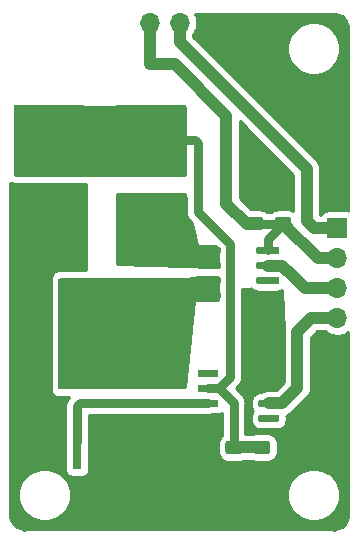
<source format=gbr>
G04 #@! TF.GenerationSoftware,KiCad,Pcbnew,5.1.5+dfsg1-2build2*
G04 #@! TF.CreationDate,2022-04-24T00:37:48-04:00*
G04 #@! TF.ProjectId,maghand,6d616768-616e-4642-9e6b-696361645f70,rev?*
G04 #@! TF.SameCoordinates,Original*
G04 #@! TF.FileFunction,Copper,L1,Top*
G04 #@! TF.FilePolarity,Positive*
%FSLAX46Y46*%
G04 Gerber Fmt 4.6, Leading zero omitted, Abs format (unit mm)*
G04 Created by KiCad (PCBNEW 5.1.5+dfsg1-2build2) date 2022-04-24 00:37:48*
%MOMM*%
%LPD*%
G04 APERTURE LIST*
%ADD10O,1.700000X1.700000*%
%ADD11R,1.700000X1.700000*%
%ADD12C,0.100000*%
%ADD13R,10.800000X9.400000*%
%ADD14R,0.800000X4.600000*%
%ADD15R,6.000000X6.000000*%
%ADD16C,1.600000*%
%ADD17C,0.750000*%
%ADD18C,1.000000*%
%ADD19C,0.254000*%
G04 APERTURE END LIST*
D10*
X120120000Y-91800000D03*
X122660000Y-91800000D03*
D11*
X125200000Y-91800000D03*
G04 #@! TA.AperFunction,SMDPad,CuDef*
D12*
G36*
X130914703Y-110795722D02*
G01*
X130929264Y-110797882D01*
X130943543Y-110801459D01*
X130957403Y-110806418D01*
X130970710Y-110812712D01*
X130983336Y-110820280D01*
X130995159Y-110829048D01*
X131006066Y-110838934D01*
X131015952Y-110849841D01*
X131024720Y-110861664D01*
X131032288Y-110874290D01*
X131038582Y-110887597D01*
X131043541Y-110901457D01*
X131047118Y-110915736D01*
X131049278Y-110930297D01*
X131050000Y-110945000D01*
X131050000Y-111245000D01*
X131049278Y-111259703D01*
X131047118Y-111274264D01*
X131043541Y-111288543D01*
X131038582Y-111302403D01*
X131032288Y-111315710D01*
X131024720Y-111328336D01*
X131015952Y-111340159D01*
X131006066Y-111351066D01*
X130995159Y-111360952D01*
X130983336Y-111369720D01*
X130970710Y-111377288D01*
X130957403Y-111383582D01*
X130943543Y-111388541D01*
X130929264Y-111392118D01*
X130914703Y-111394278D01*
X130900000Y-111395000D01*
X129250000Y-111395000D01*
X129235297Y-111394278D01*
X129220736Y-111392118D01*
X129206457Y-111388541D01*
X129192597Y-111383582D01*
X129179290Y-111377288D01*
X129166664Y-111369720D01*
X129154841Y-111360952D01*
X129143934Y-111351066D01*
X129134048Y-111340159D01*
X129125280Y-111328336D01*
X129117712Y-111315710D01*
X129111418Y-111302403D01*
X129106459Y-111288543D01*
X129102882Y-111274264D01*
X129100722Y-111259703D01*
X129100000Y-111245000D01*
X129100000Y-110945000D01*
X129100722Y-110930297D01*
X129102882Y-110915736D01*
X129106459Y-110901457D01*
X129111418Y-110887597D01*
X129117712Y-110874290D01*
X129125280Y-110861664D01*
X129134048Y-110849841D01*
X129143934Y-110838934D01*
X129154841Y-110829048D01*
X129166664Y-110820280D01*
X129179290Y-110812712D01*
X129192597Y-110806418D01*
X129206457Y-110801459D01*
X129220736Y-110797882D01*
X129235297Y-110795722D01*
X129250000Y-110795000D01*
X130900000Y-110795000D01*
X130914703Y-110795722D01*
G37*
G04 #@! TD.AperFunction*
G04 #@! TA.AperFunction,SMDPad,CuDef*
G36*
X130914703Y-112065722D02*
G01*
X130929264Y-112067882D01*
X130943543Y-112071459D01*
X130957403Y-112076418D01*
X130970710Y-112082712D01*
X130983336Y-112090280D01*
X130995159Y-112099048D01*
X131006066Y-112108934D01*
X131015952Y-112119841D01*
X131024720Y-112131664D01*
X131032288Y-112144290D01*
X131038582Y-112157597D01*
X131043541Y-112171457D01*
X131047118Y-112185736D01*
X131049278Y-112200297D01*
X131050000Y-112215000D01*
X131050000Y-112515000D01*
X131049278Y-112529703D01*
X131047118Y-112544264D01*
X131043541Y-112558543D01*
X131038582Y-112572403D01*
X131032288Y-112585710D01*
X131024720Y-112598336D01*
X131015952Y-112610159D01*
X131006066Y-112621066D01*
X130995159Y-112630952D01*
X130983336Y-112639720D01*
X130970710Y-112647288D01*
X130957403Y-112653582D01*
X130943543Y-112658541D01*
X130929264Y-112662118D01*
X130914703Y-112664278D01*
X130900000Y-112665000D01*
X129250000Y-112665000D01*
X129235297Y-112664278D01*
X129220736Y-112662118D01*
X129206457Y-112658541D01*
X129192597Y-112653582D01*
X129179290Y-112647288D01*
X129166664Y-112639720D01*
X129154841Y-112630952D01*
X129143934Y-112621066D01*
X129134048Y-112610159D01*
X129125280Y-112598336D01*
X129117712Y-112585710D01*
X129111418Y-112572403D01*
X129106459Y-112558543D01*
X129102882Y-112544264D01*
X129100722Y-112529703D01*
X129100000Y-112515000D01*
X129100000Y-112215000D01*
X129100722Y-112200297D01*
X129102882Y-112185736D01*
X129106459Y-112171457D01*
X129111418Y-112157597D01*
X129117712Y-112144290D01*
X129125280Y-112131664D01*
X129134048Y-112119841D01*
X129143934Y-112108934D01*
X129154841Y-112099048D01*
X129166664Y-112090280D01*
X129179290Y-112082712D01*
X129192597Y-112076418D01*
X129206457Y-112071459D01*
X129220736Y-112067882D01*
X129235297Y-112065722D01*
X129250000Y-112065000D01*
X130900000Y-112065000D01*
X130914703Y-112065722D01*
G37*
G04 #@! TD.AperFunction*
G04 #@! TA.AperFunction,SMDPad,CuDef*
G36*
X130914703Y-113335722D02*
G01*
X130929264Y-113337882D01*
X130943543Y-113341459D01*
X130957403Y-113346418D01*
X130970710Y-113352712D01*
X130983336Y-113360280D01*
X130995159Y-113369048D01*
X131006066Y-113378934D01*
X131015952Y-113389841D01*
X131024720Y-113401664D01*
X131032288Y-113414290D01*
X131038582Y-113427597D01*
X131043541Y-113441457D01*
X131047118Y-113455736D01*
X131049278Y-113470297D01*
X131050000Y-113485000D01*
X131050000Y-113785000D01*
X131049278Y-113799703D01*
X131047118Y-113814264D01*
X131043541Y-113828543D01*
X131038582Y-113842403D01*
X131032288Y-113855710D01*
X131024720Y-113868336D01*
X131015952Y-113880159D01*
X131006066Y-113891066D01*
X130995159Y-113900952D01*
X130983336Y-113909720D01*
X130970710Y-113917288D01*
X130957403Y-113923582D01*
X130943543Y-113928541D01*
X130929264Y-113932118D01*
X130914703Y-113934278D01*
X130900000Y-113935000D01*
X129250000Y-113935000D01*
X129235297Y-113934278D01*
X129220736Y-113932118D01*
X129206457Y-113928541D01*
X129192597Y-113923582D01*
X129179290Y-113917288D01*
X129166664Y-113909720D01*
X129154841Y-113900952D01*
X129143934Y-113891066D01*
X129134048Y-113880159D01*
X129125280Y-113868336D01*
X129117712Y-113855710D01*
X129111418Y-113842403D01*
X129106459Y-113828543D01*
X129102882Y-113814264D01*
X129100722Y-113799703D01*
X129100000Y-113785000D01*
X129100000Y-113485000D01*
X129100722Y-113470297D01*
X129102882Y-113455736D01*
X129106459Y-113441457D01*
X129111418Y-113427597D01*
X129117712Y-113414290D01*
X129125280Y-113401664D01*
X129134048Y-113389841D01*
X129143934Y-113378934D01*
X129154841Y-113369048D01*
X129166664Y-113360280D01*
X129179290Y-113352712D01*
X129192597Y-113346418D01*
X129206457Y-113341459D01*
X129220736Y-113337882D01*
X129235297Y-113335722D01*
X129250000Y-113335000D01*
X130900000Y-113335000D01*
X130914703Y-113335722D01*
G37*
G04 #@! TD.AperFunction*
G04 #@! TA.AperFunction,SMDPad,CuDef*
G36*
X130914703Y-114605722D02*
G01*
X130929264Y-114607882D01*
X130943543Y-114611459D01*
X130957403Y-114616418D01*
X130970710Y-114622712D01*
X130983336Y-114630280D01*
X130995159Y-114639048D01*
X131006066Y-114648934D01*
X131015952Y-114659841D01*
X131024720Y-114671664D01*
X131032288Y-114684290D01*
X131038582Y-114697597D01*
X131043541Y-114711457D01*
X131047118Y-114725736D01*
X131049278Y-114740297D01*
X131050000Y-114755000D01*
X131050000Y-115055000D01*
X131049278Y-115069703D01*
X131047118Y-115084264D01*
X131043541Y-115098543D01*
X131038582Y-115112403D01*
X131032288Y-115125710D01*
X131024720Y-115138336D01*
X131015952Y-115150159D01*
X131006066Y-115161066D01*
X130995159Y-115170952D01*
X130983336Y-115179720D01*
X130970710Y-115187288D01*
X130957403Y-115193582D01*
X130943543Y-115198541D01*
X130929264Y-115202118D01*
X130914703Y-115204278D01*
X130900000Y-115205000D01*
X129250000Y-115205000D01*
X129235297Y-115204278D01*
X129220736Y-115202118D01*
X129206457Y-115198541D01*
X129192597Y-115193582D01*
X129179290Y-115187288D01*
X129166664Y-115179720D01*
X129154841Y-115170952D01*
X129143934Y-115161066D01*
X129134048Y-115150159D01*
X129125280Y-115138336D01*
X129117712Y-115125710D01*
X129111418Y-115112403D01*
X129106459Y-115098543D01*
X129102882Y-115084264D01*
X129100722Y-115069703D01*
X129100000Y-115055000D01*
X129100000Y-114755000D01*
X129100722Y-114740297D01*
X129102882Y-114725736D01*
X129106459Y-114711457D01*
X129111418Y-114697597D01*
X129117712Y-114684290D01*
X129125280Y-114671664D01*
X129134048Y-114659841D01*
X129143934Y-114648934D01*
X129154841Y-114639048D01*
X129166664Y-114630280D01*
X129179290Y-114622712D01*
X129192597Y-114616418D01*
X129206457Y-114611459D01*
X129220736Y-114607882D01*
X129235297Y-114605722D01*
X129250000Y-114605000D01*
X130900000Y-114605000D01*
X130914703Y-114605722D01*
G37*
G04 #@! TD.AperFunction*
G04 #@! TA.AperFunction,SMDPad,CuDef*
G36*
X125964703Y-114605722D02*
G01*
X125979264Y-114607882D01*
X125993543Y-114611459D01*
X126007403Y-114616418D01*
X126020710Y-114622712D01*
X126033336Y-114630280D01*
X126045159Y-114639048D01*
X126056066Y-114648934D01*
X126065952Y-114659841D01*
X126074720Y-114671664D01*
X126082288Y-114684290D01*
X126088582Y-114697597D01*
X126093541Y-114711457D01*
X126097118Y-114725736D01*
X126099278Y-114740297D01*
X126100000Y-114755000D01*
X126100000Y-115055000D01*
X126099278Y-115069703D01*
X126097118Y-115084264D01*
X126093541Y-115098543D01*
X126088582Y-115112403D01*
X126082288Y-115125710D01*
X126074720Y-115138336D01*
X126065952Y-115150159D01*
X126056066Y-115161066D01*
X126045159Y-115170952D01*
X126033336Y-115179720D01*
X126020710Y-115187288D01*
X126007403Y-115193582D01*
X125993543Y-115198541D01*
X125979264Y-115202118D01*
X125964703Y-115204278D01*
X125950000Y-115205000D01*
X124300000Y-115205000D01*
X124285297Y-115204278D01*
X124270736Y-115202118D01*
X124256457Y-115198541D01*
X124242597Y-115193582D01*
X124229290Y-115187288D01*
X124216664Y-115179720D01*
X124204841Y-115170952D01*
X124193934Y-115161066D01*
X124184048Y-115150159D01*
X124175280Y-115138336D01*
X124167712Y-115125710D01*
X124161418Y-115112403D01*
X124156459Y-115098543D01*
X124152882Y-115084264D01*
X124150722Y-115069703D01*
X124150000Y-115055000D01*
X124150000Y-114755000D01*
X124150722Y-114740297D01*
X124152882Y-114725736D01*
X124156459Y-114711457D01*
X124161418Y-114697597D01*
X124167712Y-114684290D01*
X124175280Y-114671664D01*
X124184048Y-114659841D01*
X124193934Y-114648934D01*
X124204841Y-114639048D01*
X124216664Y-114630280D01*
X124229290Y-114622712D01*
X124242597Y-114616418D01*
X124256457Y-114611459D01*
X124270736Y-114607882D01*
X124285297Y-114605722D01*
X124300000Y-114605000D01*
X125950000Y-114605000D01*
X125964703Y-114605722D01*
G37*
G04 #@! TD.AperFunction*
G04 #@! TA.AperFunction,SMDPad,CuDef*
G36*
X125964703Y-113335722D02*
G01*
X125979264Y-113337882D01*
X125993543Y-113341459D01*
X126007403Y-113346418D01*
X126020710Y-113352712D01*
X126033336Y-113360280D01*
X126045159Y-113369048D01*
X126056066Y-113378934D01*
X126065952Y-113389841D01*
X126074720Y-113401664D01*
X126082288Y-113414290D01*
X126088582Y-113427597D01*
X126093541Y-113441457D01*
X126097118Y-113455736D01*
X126099278Y-113470297D01*
X126100000Y-113485000D01*
X126100000Y-113785000D01*
X126099278Y-113799703D01*
X126097118Y-113814264D01*
X126093541Y-113828543D01*
X126088582Y-113842403D01*
X126082288Y-113855710D01*
X126074720Y-113868336D01*
X126065952Y-113880159D01*
X126056066Y-113891066D01*
X126045159Y-113900952D01*
X126033336Y-113909720D01*
X126020710Y-113917288D01*
X126007403Y-113923582D01*
X125993543Y-113928541D01*
X125979264Y-113932118D01*
X125964703Y-113934278D01*
X125950000Y-113935000D01*
X124300000Y-113935000D01*
X124285297Y-113934278D01*
X124270736Y-113932118D01*
X124256457Y-113928541D01*
X124242597Y-113923582D01*
X124229290Y-113917288D01*
X124216664Y-113909720D01*
X124204841Y-113900952D01*
X124193934Y-113891066D01*
X124184048Y-113880159D01*
X124175280Y-113868336D01*
X124167712Y-113855710D01*
X124161418Y-113842403D01*
X124156459Y-113828543D01*
X124152882Y-113814264D01*
X124150722Y-113799703D01*
X124150000Y-113785000D01*
X124150000Y-113485000D01*
X124150722Y-113470297D01*
X124152882Y-113455736D01*
X124156459Y-113441457D01*
X124161418Y-113427597D01*
X124167712Y-113414290D01*
X124175280Y-113401664D01*
X124184048Y-113389841D01*
X124193934Y-113378934D01*
X124204841Y-113369048D01*
X124216664Y-113360280D01*
X124229290Y-113352712D01*
X124242597Y-113346418D01*
X124256457Y-113341459D01*
X124270736Y-113337882D01*
X124285297Y-113335722D01*
X124300000Y-113335000D01*
X125950000Y-113335000D01*
X125964703Y-113335722D01*
G37*
G04 #@! TD.AperFunction*
G04 #@! TA.AperFunction,SMDPad,CuDef*
G36*
X125964703Y-112065722D02*
G01*
X125979264Y-112067882D01*
X125993543Y-112071459D01*
X126007403Y-112076418D01*
X126020710Y-112082712D01*
X126033336Y-112090280D01*
X126045159Y-112099048D01*
X126056066Y-112108934D01*
X126065952Y-112119841D01*
X126074720Y-112131664D01*
X126082288Y-112144290D01*
X126088582Y-112157597D01*
X126093541Y-112171457D01*
X126097118Y-112185736D01*
X126099278Y-112200297D01*
X126100000Y-112215000D01*
X126100000Y-112515000D01*
X126099278Y-112529703D01*
X126097118Y-112544264D01*
X126093541Y-112558543D01*
X126088582Y-112572403D01*
X126082288Y-112585710D01*
X126074720Y-112598336D01*
X126065952Y-112610159D01*
X126056066Y-112621066D01*
X126045159Y-112630952D01*
X126033336Y-112639720D01*
X126020710Y-112647288D01*
X126007403Y-112653582D01*
X125993543Y-112658541D01*
X125979264Y-112662118D01*
X125964703Y-112664278D01*
X125950000Y-112665000D01*
X124300000Y-112665000D01*
X124285297Y-112664278D01*
X124270736Y-112662118D01*
X124256457Y-112658541D01*
X124242597Y-112653582D01*
X124229290Y-112647288D01*
X124216664Y-112639720D01*
X124204841Y-112630952D01*
X124193934Y-112621066D01*
X124184048Y-112610159D01*
X124175280Y-112598336D01*
X124167712Y-112585710D01*
X124161418Y-112572403D01*
X124156459Y-112558543D01*
X124152882Y-112544264D01*
X124150722Y-112529703D01*
X124150000Y-112515000D01*
X124150000Y-112215000D01*
X124150722Y-112200297D01*
X124152882Y-112185736D01*
X124156459Y-112171457D01*
X124161418Y-112157597D01*
X124167712Y-112144290D01*
X124175280Y-112131664D01*
X124184048Y-112119841D01*
X124193934Y-112108934D01*
X124204841Y-112099048D01*
X124216664Y-112090280D01*
X124229290Y-112082712D01*
X124242597Y-112076418D01*
X124256457Y-112071459D01*
X124270736Y-112067882D01*
X124285297Y-112065722D01*
X124300000Y-112065000D01*
X125950000Y-112065000D01*
X125964703Y-112065722D01*
G37*
G04 #@! TD.AperFunction*
G04 #@! TA.AperFunction,SMDPad,CuDef*
G36*
X125964703Y-110795722D02*
G01*
X125979264Y-110797882D01*
X125993543Y-110801459D01*
X126007403Y-110806418D01*
X126020710Y-110812712D01*
X126033336Y-110820280D01*
X126045159Y-110829048D01*
X126056066Y-110838934D01*
X126065952Y-110849841D01*
X126074720Y-110861664D01*
X126082288Y-110874290D01*
X126088582Y-110887597D01*
X126093541Y-110901457D01*
X126097118Y-110915736D01*
X126099278Y-110930297D01*
X126100000Y-110945000D01*
X126100000Y-111245000D01*
X126099278Y-111259703D01*
X126097118Y-111274264D01*
X126093541Y-111288543D01*
X126088582Y-111302403D01*
X126082288Y-111315710D01*
X126074720Y-111328336D01*
X126065952Y-111340159D01*
X126056066Y-111351066D01*
X126045159Y-111360952D01*
X126033336Y-111369720D01*
X126020710Y-111377288D01*
X126007403Y-111383582D01*
X125993543Y-111388541D01*
X125979264Y-111392118D01*
X125964703Y-111394278D01*
X125950000Y-111395000D01*
X124300000Y-111395000D01*
X124285297Y-111394278D01*
X124270736Y-111392118D01*
X124256457Y-111388541D01*
X124242597Y-111383582D01*
X124229290Y-111377288D01*
X124216664Y-111369720D01*
X124204841Y-111360952D01*
X124193934Y-111351066D01*
X124184048Y-111340159D01*
X124175280Y-111328336D01*
X124167712Y-111315710D01*
X124161418Y-111302403D01*
X124156459Y-111288543D01*
X124152882Y-111274264D01*
X124150722Y-111259703D01*
X124150000Y-111245000D01*
X124150000Y-110945000D01*
X124150722Y-110930297D01*
X124152882Y-110915736D01*
X124156459Y-110901457D01*
X124161418Y-110887597D01*
X124167712Y-110874290D01*
X124175280Y-110861664D01*
X124184048Y-110849841D01*
X124193934Y-110838934D01*
X124204841Y-110829048D01*
X124216664Y-110820280D01*
X124229290Y-110812712D01*
X124242597Y-110806418D01*
X124256457Y-110801459D01*
X124270736Y-110797882D01*
X124285297Y-110795722D01*
X124300000Y-110795000D01*
X125950000Y-110795000D01*
X125964703Y-110795722D01*
G37*
G04 #@! TD.AperFunction*
G04 #@! TA.AperFunction,SMDPad,CuDef*
G36*
X125764703Y-125005722D02*
G01*
X125779264Y-125007882D01*
X125793543Y-125011459D01*
X125807403Y-125016418D01*
X125820710Y-125022712D01*
X125833336Y-125030280D01*
X125845159Y-125039048D01*
X125856066Y-125048934D01*
X125865952Y-125059841D01*
X125874720Y-125071664D01*
X125882288Y-125084290D01*
X125888582Y-125097597D01*
X125893541Y-125111457D01*
X125897118Y-125125736D01*
X125899278Y-125140297D01*
X125900000Y-125155000D01*
X125900000Y-125455000D01*
X125899278Y-125469703D01*
X125897118Y-125484264D01*
X125893541Y-125498543D01*
X125888582Y-125512403D01*
X125882288Y-125525710D01*
X125874720Y-125538336D01*
X125865952Y-125550159D01*
X125856066Y-125561066D01*
X125845159Y-125570952D01*
X125833336Y-125579720D01*
X125820710Y-125587288D01*
X125807403Y-125593582D01*
X125793543Y-125598541D01*
X125779264Y-125602118D01*
X125764703Y-125604278D01*
X125750000Y-125605000D01*
X124300000Y-125605000D01*
X124285297Y-125604278D01*
X124270736Y-125602118D01*
X124256457Y-125598541D01*
X124242597Y-125593582D01*
X124229290Y-125587288D01*
X124216664Y-125579720D01*
X124204841Y-125570952D01*
X124193934Y-125561066D01*
X124184048Y-125550159D01*
X124175280Y-125538336D01*
X124167712Y-125525710D01*
X124161418Y-125512403D01*
X124156459Y-125498543D01*
X124152882Y-125484264D01*
X124150722Y-125469703D01*
X124150000Y-125455000D01*
X124150000Y-125155000D01*
X124150722Y-125140297D01*
X124152882Y-125125736D01*
X124156459Y-125111457D01*
X124161418Y-125097597D01*
X124167712Y-125084290D01*
X124175280Y-125071664D01*
X124184048Y-125059841D01*
X124193934Y-125048934D01*
X124204841Y-125039048D01*
X124216664Y-125030280D01*
X124229290Y-125022712D01*
X124242597Y-125016418D01*
X124256457Y-125011459D01*
X124270736Y-125007882D01*
X124285297Y-125005722D01*
X124300000Y-125005000D01*
X125750000Y-125005000D01*
X125764703Y-125005722D01*
G37*
G04 #@! TD.AperFunction*
G04 #@! TA.AperFunction,SMDPad,CuDef*
G36*
X125764703Y-123735722D02*
G01*
X125779264Y-123737882D01*
X125793543Y-123741459D01*
X125807403Y-123746418D01*
X125820710Y-123752712D01*
X125833336Y-123760280D01*
X125845159Y-123769048D01*
X125856066Y-123778934D01*
X125865952Y-123789841D01*
X125874720Y-123801664D01*
X125882288Y-123814290D01*
X125888582Y-123827597D01*
X125893541Y-123841457D01*
X125897118Y-123855736D01*
X125899278Y-123870297D01*
X125900000Y-123885000D01*
X125900000Y-124185000D01*
X125899278Y-124199703D01*
X125897118Y-124214264D01*
X125893541Y-124228543D01*
X125888582Y-124242403D01*
X125882288Y-124255710D01*
X125874720Y-124268336D01*
X125865952Y-124280159D01*
X125856066Y-124291066D01*
X125845159Y-124300952D01*
X125833336Y-124309720D01*
X125820710Y-124317288D01*
X125807403Y-124323582D01*
X125793543Y-124328541D01*
X125779264Y-124332118D01*
X125764703Y-124334278D01*
X125750000Y-124335000D01*
X124300000Y-124335000D01*
X124285297Y-124334278D01*
X124270736Y-124332118D01*
X124256457Y-124328541D01*
X124242597Y-124323582D01*
X124229290Y-124317288D01*
X124216664Y-124309720D01*
X124204841Y-124300952D01*
X124193934Y-124291066D01*
X124184048Y-124280159D01*
X124175280Y-124268336D01*
X124167712Y-124255710D01*
X124161418Y-124242403D01*
X124156459Y-124228543D01*
X124152882Y-124214264D01*
X124150722Y-124199703D01*
X124150000Y-124185000D01*
X124150000Y-123885000D01*
X124150722Y-123870297D01*
X124152882Y-123855736D01*
X124156459Y-123841457D01*
X124161418Y-123827597D01*
X124167712Y-123814290D01*
X124175280Y-123801664D01*
X124184048Y-123789841D01*
X124193934Y-123778934D01*
X124204841Y-123769048D01*
X124216664Y-123760280D01*
X124229290Y-123752712D01*
X124242597Y-123746418D01*
X124256457Y-123741459D01*
X124270736Y-123737882D01*
X124285297Y-123735722D01*
X124300000Y-123735000D01*
X125750000Y-123735000D01*
X125764703Y-123735722D01*
G37*
G04 #@! TD.AperFunction*
G04 #@! TA.AperFunction,SMDPad,CuDef*
G36*
X125764703Y-122465722D02*
G01*
X125779264Y-122467882D01*
X125793543Y-122471459D01*
X125807403Y-122476418D01*
X125820710Y-122482712D01*
X125833336Y-122490280D01*
X125845159Y-122499048D01*
X125856066Y-122508934D01*
X125865952Y-122519841D01*
X125874720Y-122531664D01*
X125882288Y-122544290D01*
X125888582Y-122557597D01*
X125893541Y-122571457D01*
X125897118Y-122585736D01*
X125899278Y-122600297D01*
X125900000Y-122615000D01*
X125900000Y-122915000D01*
X125899278Y-122929703D01*
X125897118Y-122944264D01*
X125893541Y-122958543D01*
X125888582Y-122972403D01*
X125882288Y-122985710D01*
X125874720Y-122998336D01*
X125865952Y-123010159D01*
X125856066Y-123021066D01*
X125845159Y-123030952D01*
X125833336Y-123039720D01*
X125820710Y-123047288D01*
X125807403Y-123053582D01*
X125793543Y-123058541D01*
X125779264Y-123062118D01*
X125764703Y-123064278D01*
X125750000Y-123065000D01*
X124300000Y-123065000D01*
X124285297Y-123064278D01*
X124270736Y-123062118D01*
X124256457Y-123058541D01*
X124242597Y-123053582D01*
X124229290Y-123047288D01*
X124216664Y-123039720D01*
X124204841Y-123030952D01*
X124193934Y-123021066D01*
X124184048Y-123010159D01*
X124175280Y-122998336D01*
X124167712Y-122985710D01*
X124161418Y-122972403D01*
X124156459Y-122958543D01*
X124152882Y-122944264D01*
X124150722Y-122929703D01*
X124150000Y-122915000D01*
X124150000Y-122615000D01*
X124150722Y-122600297D01*
X124152882Y-122585736D01*
X124156459Y-122571457D01*
X124161418Y-122557597D01*
X124167712Y-122544290D01*
X124175280Y-122531664D01*
X124184048Y-122519841D01*
X124193934Y-122508934D01*
X124204841Y-122499048D01*
X124216664Y-122490280D01*
X124229290Y-122482712D01*
X124242597Y-122476418D01*
X124256457Y-122471459D01*
X124270736Y-122467882D01*
X124285297Y-122465722D01*
X124300000Y-122465000D01*
X125750000Y-122465000D01*
X125764703Y-122465722D01*
G37*
G04 #@! TD.AperFunction*
G04 #@! TA.AperFunction,SMDPad,CuDef*
G36*
X125764703Y-121195722D02*
G01*
X125779264Y-121197882D01*
X125793543Y-121201459D01*
X125807403Y-121206418D01*
X125820710Y-121212712D01*
X125833336Y-121220280D01*
X125845159Y-121229048D01*
X125856066Y-121238934D01*
X125865952Y-121249841D01*
X125874720Y-121261664D01*
X125882288Y-121274290D01*
X125888582Y-121287597D01*
X125893541Y-121301457D01*
X125897118Y-121315736D01*
X125899278Y-121330297D01*
X125900000Y-121345000D01*
X125900000Y-121645000D01*
X125899278Y-121659703D01*
X125897118Y-121674264D01*
X125893541Y-121688543D01*
X125888582Y-121702403D01*
X125882288Y-121715710D01*
X125874720Y-121728336D01*
X125865952Y-121740159D01*
X125856066Y-121751066D01*
X125845159Y-121760952D01*
X125833336Y-121769720D01*
X125820710Y-121777288D01*
X125807403Y-121783582D01*
X125793543Y-121788541D01*
X125779264Y-121792118D01*
X125764703Y-121794278D01*
X125750000Y-121795000D01*
X124300000Y-121795000D01*
X124285297Y-121794278D01*
X124270736Y-121792118D01*
X124256457Y-121788541D01*
X124242597Y-121783582D01*
X124229290Y-121777288D01*
X124216664Y-121769720D01*
X124204841Y-121760952D01*
X124193934Y-121751066D01*
X124184048Y-121740159D01*
X124175280Y-121728336D01*
X124167712Y-121715710D01*
X124161418Y-121702403D01*
X124156459Y-121688543D01*
X124152882Y-121674264D01*
X124150722Y-121659703D01*
X124150000Y-121645000D01*
X124150000Y-121345000D01*
X124150722Y-121330297D01*
X124152882Y-121315736D01*
X124156459Y-121301457D01*
X124161418Y-121287597D01*
X124167712Y-121274290D01*
X124175280Y-121261664D01*
X124184048Y-121249841D01*
X124193934Y-121238934D01*
X124204841Y-121229048D01*
X124216664Y-121220280D01*
X124229290Y-121212712D01*
X124242597Y-121206418D01*
X124256457Y-121201459D01*
X124270736Y-121197882D01*
X124285297Y-121195722D01*
X124300000Y-121195000D01*
X125750000Y-121195000D01*
X125764703Y-121195722D01*
G37*
G04 #@! TD.AperFunction*
G04 #@! TA.AperFunction,SMDPad,CuDef*
G36*
X130914703Y-121195722D02*
G01*
X130929264Y-121197882D01*
X130943543Y-121201459D01*
X130957403Y-121206418D01*
X130970710Y-121212712D01*
X130983336Y-121220280D01*
X130995159Y-121229048D01*
X131006066Y-121238934D01*
X131015952Y-121249841D01*
X131024720Y-121261664D01*
X131032288Y-121274290D01*
X131038582Y-121287597D01*
X131043541Y-121301457D01*
X131047118Y-121315736D01*
X131049278Y-121330297D01*
X131050000Y-121345000D01*
X131050000Y-121645000D01*
X131049278Y-121659703D01*
X131047118Y-121674264D01*
X131043541Y-121688543D01*
X131038582Y-121702403D01*
X131032288Y-121715710D01*
X131024720Y-121728336D01*
X131015952Y-121740159D01*
X131006066Y-121751066D01*
X130995159Y-121760952D01*
X130983336Y-121769720D01*
X130970710Y-121777288D01*
X130957403Y-121783582D01*
X130943543Y-121788541D01*
X130929264Y-121792118D01*
X130914703Y-121794278D01*
X130900000Y-121795000D01*
X129450000Y-121795000D01*
X129435297Y-121794278D01*
X129420736Y-121792118D01*
X129406457Y-121788541D01*
X129392597Y-121783582D01*
X129379290Y-121777288D01*
X129366664Y-121769720D01*
X129354841Y-121760952D01*
X129343934Y-121751066D01*
X129334048Y-121740159D01*
X129325280Y-121728336D01*
X129317712Y-121715710D01*
X129311418Y-121702403D01*
X129306459Y-121688543D01*
X129302882Y-121674264D01*
X129300722Y-121659703D01*
X129300000Y-121645000D01*
X129300000Y-121345000D01*
X129300722Y-121330297D01*
X129302882Y-121315736D01*
X129306459Y-121301457D01*
X129311418Y-121287597D01*
X129317712Y-121274290D01*
X129325280Y-121261664D01*
X129334048Y-121249841D01*
X129343934Y-121238934D01*
X129354841Y-121229048D01*
X129366664Y-121220280D01*
X129379290Y-121212712D01*
X129392597Y-121206418D01*
X129406457Y-121201459D01*
X129420736Y-121197882D01*
X129435297Y-121195722D01*
X129450000Y-121195000D01*
X130900000Y-121195000D01*
X130914703Y-121195722D01*
G37*
G04 #@! TD.AperFunction*
G04 #@! TA.AperFunction,SMDPad,CuDef*
G36*
X130914703Y-122465722D02*
G01*
X130929264Y-122467882D01*
X130943543Y-122471459D01*
X130957403Y-122476418D01*
X130970710Y-122482712D01*
X130983336Y-122490280D01*
X130995159Y-122499048D01*
X131006066Y-122508934D01*
X131015952Y-122519841D01*
X131024720Y-122531664D01*
X131032288Y-122544290D01*
X131038582Y-122557597D01*
X131043541Y-122571457D01*
X131047118Y-122585736D01*
X131049278Y-122600297D01*
X131050000Y-122615000D01*
X131050000Y-122915000D01*
X131049278Y-122929703D01*
X131047118Y-122944264D01*
X131043541Y-122958543D01*
X131038582Y-122972403D01*
X131032288Y-122985710D01*
X131024720Y-122998336D01*
X131015952Y-123010159D01*
X131006066Y-123021066D01*
X130995159Y-123030952D01*
X130983336Y-123039720D01*
X130970710Y-123047288D01*
X130957403Y-123053582D01*
X130943543Y-123058541D01*
X130929264Y-123062118D01*
X130914703Y-123064278D01*
X130900000Y-123065000D01*
X129450000Y-123065000D01*
X129435297Y-123064278D01*
X129420736Y-123062118D01*
X129406457Y-123058541D01*
X129392597Y-123053582D01*
X129379290Y-123047288D01*
X129366664Y-123039720D01*
X129354841Y-123030952D01*
X129343934Y-123021066D01*
X129334048Y-123010159D01*
X129325280Y-122998336D01*
X129317712Y-122985710D01*
X129311418Y-122972403D01*
X129306459Y-122958543D01*
X129302882Y-122944264D01*
X129300722Y-122929703D01*
X129300000Y-122915000D01*
X129300000Y-122615000D01*
X129300722Y-122600297D01*
X129302882Y-122585736D01*
X129306459Y-122571457D01*
X129311418Y-122557597D01*
X129317712Y-122544290D01*
X129325280Y-122531664D01*
X129334048Y-122519841D01*
X129343934Y-122508934D01*
X129354841Y-122499048D01*
X129366664Y-122490280D01*
X129379290Y-122482712D01*
X129392597Y-122476418D01*
X129406457Y-122471459D01*
X129420736Y-122467882D01*
X129435297Y-122465722D01*
X129450000Y-122465000D01*
X130900000Y-122465000D01*
X130914703Y-122465722D01*
G37*
G04 #@! TD.AperFunction*
G04 #@! TA.AperFunction,SMDPad,CuDef*
G36*
X130914703Y-123735722D02*
G01*
X130929264Y-123737882D01*
X130943543Y-123741459D01*
X130957403Y-123746418D01*
X130970710Y-123752712D01*
X130983336Y-123760280D01*
X130995159Y-123769048D01*
X131006066Y-123778934D01*
X131015952Y-123789841D01*
X131024720Y-123801664D01*
X131032288Y-123814290D01*
X131038582Y-123827597D01*
X131043541Y-123841457D01*
X131047118Y-123855736D01*
X131049278Y-123870297D01*
X131050000Y-123885000D01*
X131050000Y-124185000D01*
X131049278Y-124199703D01*
X131047118Y-124214264D01*
X131043541Y-124228543D01*
X131038582Y-124242403D01*
X131032288Y-124255710D01*
X131024720Y-124268336D01*
X131015952Y-124280159D01*
X131006066Y-124291066D01*
X130995159Y-124300952D01*
X130983336Y-124309720D01*
X130970710Y-124317288D01*
X130957403Y-124323582D01*
X130943543Y-124328541D01*
X130929264Y-124332118D01*
X130914703Y-124334278D01*
X130900000Y-124335000D01*
X129450000Y-124335000D01*
X129435297Y-124334278D01*
X129420736Y-124332118D01*
X129406457Y-124328541D01*
X129392597Y-124323582D01*
X129379290Y-124317288D01*
X129366664Y-124309720D01*
X129354841Y-124300952D01*
X129343934Y-124291066D01*
X129334048Y-124280159D01*
X129325280Y-124268336D01*
X129317712Y-124255710D01*
X129311418Y-124242403D01*
X129306459Y-124228543D01*
X129302882Y-124214264D01*
X129300722Y-124199703D01*
X129300000Y-124185000D01*
X129300000Y-123885000D01*
X129300722Y-123870297D01*
X129302882Y-123855736D01*
X129306459Y-123841457D01*
X129311418Y-123827597D01*
X129317712Y-123814290D01*
X129325280Y-123801664D01*
X129334048Y-123789841D01*
X129343934Y-123778934D01*
X129354841Y-123769048D01*
X129366664Y-123760280D01*
X129379290Y-123752712D01*
X129392597Y-123746418D01*
X129406457Y-123741459D01*
X129420736Y-123737882D01*
X129435297Y-123735722D01*
X129450000Y-123735000D01*
X130900000Y-123735000D01*
X130914703Y-123735722D01*
G37*
G04 #@! TD.AperFunction*
G04 #@! TA.AperFunction,SMDPad,CuDef*
G36*
X130914703Y-125005722D02*
G01*
X130929264Y-125007882D01*
X130943543Y-125011459D01*
X130957403Y-125016418D01*
X130970710Y-125022712D01*
X130983336Y-125030280D01*
X130995159Y-125039048D01*
X131006066Y-125048934D01*
X131015952Y-125059841D01*
X131024720Y-125071664D01*
X131032288Y-125084290D01*
X131038582Y-125097597D01*
X131043541Y-125111457D01*
X131047118Y-125125736D01*
X131049278Y-125140297D01*
X131050000Y-125155000D01*
X131050000Y-125455000D01*
X131049278Y-125469703D01*
X131047118Y-125484264D01*
X131043541Y-125498543D01*
X131038582Y-125512403D01*
X131032288Y-125525710D01*
X131024720Y-125538336D01*
X131015952Y-125550159D01*
X131006066Y-125561066D01*
X130995159Y-125570952D01*
X130983336Y-125579720D01*
X130970710Y-125587288D01*
X130957403Y-125593582D01*
X130943543Y-125598541D01*
X130929264Y-125602118D01*
X130914703Y-125604278D01*
X130900000Y-125605000D01*
X129450000Y-125605000D01*
X129435297Y-125604278D01*
X129420736Y-125602118D01*
X129406457Y-125598541D01*
X129392597Y-125593582D01*
X129379290Y-125587288D01*
X129366664Y-125579720D01*
X129354841Y-125570952D01*
X129343934Y-125561066D01*
X129334048Y-125550159D01*
X129325280Y-125538336D01*
X129317712Y-125525710D01*
X129311418Y-125512403D01*
X129306459Y-125498543D01*
X129302882Y-125484264D01*
X129300722Y-125469703D01*
X129300000Y-125455000D01*
X129300000Y-125155000D01*
X129300722Y-125140297D01*
X129302882Y-125125736D01*
X129306459Y-125111457D01*
X129311418Y-125097597D01*
X129317712Y-125084290D01*
X129325280Y-125071664D01*
X129334048Y-125059841D01*
X129343934Y-125048934D01*
X129354841Y-125039048D01*
X129366664Y-125030280D01*
X129379290Y-125022712D01*
X129392597Y-125016418D01*
X129406457Y-125011459D01*
X129420736Y-125007882D01*
X129435297Y-125005722D01*
X129450000Y-125005000D01*
X130900000Y-125005000D01*
X130914703Y-125005722D01*
G37*
G04 #@! TD.AperFunction*
D13*
X117775000Y-118175000D03*
D14*
X121585000Y-127325000D03*
X120315000Y-127325000D03*
X119045000Y-127325000D03*
X117775000Y-127325000D03*
X116505000Y-127325000D03*
X115235000Y-127325000D03*
X113965000Y-127325000D03*
D15*
X120200000Y-101780000D03*
X120200000Y-109400000D03*
D10*
X136000000Y-119360000D03*
X136000000Y-116820000D03*
X136000000Y-114280000D03*
X136000000Y-111740000D03*
D11*
X136000000Y-109200000D03*
D15*
X111600000Y-109400000D03*
X111600000Y-101780000D03*
G04 #@! TA.AperFunction,SMDPad,CuDef*
D12*
G36*
X129474505Y-106201204D02*
G01*
X129498773Y-106204804D01*
X129522572Y-106210765D01*
X129545671Y-106219030D01*
X129567850Y-106229520D01*
X129588893Y-106242132D01*
X129608599Y-106256747D01*
X129626777Y-106273223D01*
X129643253Y-106291401D01*
X129657868Y-106311107D01*
X129670480Y-106332150D01*
X129680970Y-106354329D01*
X129689235Y-106377428D01*
X129695196Y-106401227D01*
X129698796Y-106425495D01*
X129700000Y-106449999D01*
X129700000Y-107100001D01*
X129698796Y-107124505D01*
X129695196Y-107148773D01*
X129689235Y-107172572D01*
X129680970Y-107195671D01*
X129670480Y-107217850D01*
X129657868Y-107238893D01*
X129643253Y-107258599D01*
X129626777Y-107276777D01*
X129608599Y-107293253D01*
X129588893Y-107307868D01*
X129567850Y-107320480D01*
X129545671Y-107330970D01*
X129522572Y-107339235D01*
X129498773Y-107345196D01*
X129474505Y-107348796D01*
X129450001Y-107350000D01*
X128549999Y-107350000D01*
X128525495Y-107348796D01*
X128501227Y-107345196D01*
X128477428Y-107339235D01*
X128454329Y-107330970D01*
X128432150Y-107320480D01*
X128411107Y-107307868D01*
X128391401Y-107293253D01*
X128373223Y-107276777D01*
X128356747Y-107258599D01*
X128342132Y-107238893D01*
X128329520Y-107217850D01*
X128319030Y-107195671D01*
X128310765Y-107172572D01*
X128304804Y-107148773D01*
X128301204Y-107124505D01*
X128300000Y-107100001D01*
X128300000Y-106449999D01*
X128301204Y-106425495D01*
X128304804Y-106401227D01*
X128310765Y-106377428D01*
X128319030Y-106354329D01*
X128329520Y-106332150D01*
X128342132Y-106311107D01*
X128356747Y-106291401D01*
X128373223Y-106273223D01*
X128391401Y-106256747D01*
X128411107Y-106242132D01*
X128432150Y-106229520D01*
X128454329Y-106219030D01*
X128477428Y-106210765D01*
X128501227Y-106204804D01*
X128525495Y-106201204D01*
X128549999Y-106200000D01*
X129450001Y-106200000D01*
X129474505Y-106201204D01*
G37*
G04 #@! TD.AperFunction*
G04 #@! TA.AperFunction,SMDPad,CuDef*
G36*
X129474505Y-108251204D02*
G01*
X129498773Y-108254804D01*
X129522572Y-108260765D01*
X129545671Y-108269030D01*
X129567850Y-108279520D01*
X129588893Y-108292132D01*
X129608599Y-108306747D01*
X129626777Y-108323223D01*
X129643253Y-108341401D01*
X129657868Y-108361107D01*
X129670480Y-108382150D01*
X129680970Y-108404329D01*
X129689235Y-108427428D01*
X129695196Y-108451227D01*
X129698796Y-108475495D01*
X129700000Y-108499999D01*
X129700000Y-109150001D01*
X129698796Y-109174505D01*
X129695196Y-109198773D01*
X129689235Y-109222572D01*
X129680970Y-109245671D01*
X129670480Y-109267850D01*
X129657868Y-109288893D01*
X129643253Y-109308599D01*
X129626777Y-109326777D01*
X129608599Y-109343253D01*
X129588893Y-109357868D01*
X129567850Y-109370480D01*
X129545671Y-109380970D01*
X129522572Y-109389235D01*
X129498773Y-109395196D01*
X129474505Y-109398796D01*
X129450001Y-109400000D01*
X128549999Y-109400000D01*
X128525495Y-109398796D01*
X128501227Y-109395196D01*
X128477428Y-109389235D01*
X128454329Y-109380970D01*
X128432150Y-109370480D01*
X128411107Y-109357868D01*
X128391401Y-109343253D01*
X128373223Y-109326777D01*
X128356747Y-109308599D01*
X128342132Y-109288893D01*
X128329520Y-109267850D01*
X128319030Y-109245671D01*
X128310765Y-109222572D01*
X128304804Y-109198773D01*
X128301204Y-109174505D01*
X128300000Y-109150001D01*
X128300000Y-108499999D01*
X128301204Y-108475495D01*
X128304804Y-108451227D01*
X128310765Y-108427428D01*
X128319030Y-108404329D01*
X128329520Y-108382150D01*
X128342132Y-108361107D01*
X128356747Y-108341401D01*
X128373223Y-108323223D01*
X128391401Y-108306747D01*
X128411107Y-108292132D01*
X128432150Y-108279520D01*
X128454329Y-108269030D01*
X128477428Y-108260765D01*
X128501227Y-108254804D01*
X128525495Y-108251204D01*
X128549999Y-108250000D01*
X129450001Y-108250000D01*
X129474505Y-108251204D01*
G37*
G04 #@! TD.AperFunction*
G04 #@! TA.AperFunction,SMDPad,CuDef*
G36*
X131874505Y-106201204D02*
G01*
X131898773Y-106204804D01*
X131922572Y-106210765D01*
X131945671Y-106219030D01*
X131967850Y-106229520D01*
X131988893Y-106242132D01*
X132008599Y-106256747D01*
X132026777Y-106273223D01*
X132043253Y-106291401D01*
X132057868Y-106311107D01*
X132070480Y-106332150D01*
X132080970Y-106354329D01*
X132089235Y-106377428D01*
X132095196Y-106401227D01*
X132098796Y-106425495D01*
X132100000Y-106449999D01*
X132100000Y-107100001D01*
X132098796Y-107124505D01*
X132095196Y-107148773D01*
X132089235Y-107172572D01*
X132080970Y-107195671D01*
X132070480Y-107217850D01*
X132057868Y-107238893D01*
X132043253Y-107258599D01*
X132026777Y-107276777D01*
X132008599Y-107293253D01*
X131988893Y-107307868D01*
X131967850Y-107320480D01*
X131945671Y-107330970D01*
X131922572Y-107339235D01*
X131898773Y-107345196D01*
X131874505Y-107348796D01*
X131850001Y-107350000D01*
X130949999Y-107350000D01*
X130925495Y-107348796D01*
X130901227Y-107345196D01*
X130877428Y-107339235D01*
X130854329Y-107330970D01*
X130832150Y-107320480D01*
X130811107Y-107307868D01*
X130791401Y-107293253D01*
X130773223Y-107276777D01*
X130756747Y-107258599D01*
X130742132Y-107238893D01*
X130729520Y-107217850D01*
X130719030Y-107195671D01*
X130710765Y-107172572D01*
X130704804Y-107148773D01*
X130701204Y-107124505D01*
X130700000Y-107100001D01*
X130700000Y-106449999D01*
X130701204Y-106425495D01*
X130704804Y-106401227D01*
X130710765Y-106377428D01*
X130719030Y-106354329D01*
X130729520Y-106332150D01*
X130742132Y-106311107D01*
X130756747Y-106291401D01*
X130773223Y-106273223D01*
X130791401Y-106256747D01*
X130811107Y-106242132D01*
X130832150Y-106229520D01*
X130854329Y-106219030D01*
X130877428Y-106210765D01*
X130901227Y-106204804D01*
X130925495Y-106201204D01*
X130949999Y-106200000D01*
X131850001Y-106200000D01*
X131874505Y-106201204D01*
G37*
G04 #@! TD.AperFunction*
G04 #@! TA.AperFunction,SMDPad,CuDef*
G36*
X131874505Y-108251204D02*
G01*
X131898773Y-108254804D01*
X131922572Y-108260765D01*
X131945671Y-108269030D01*
X131967850Y-108279520D01*
X131988893Y-108292132D01*
X132008599Y-108306747D01*
X132026777Y-108323223D01*
X132043253Y-108341401D01*
X132057868Y-108361107D01*
X132070480Y-108382150D01*
X132080970Y-108404329D01*
X132089235Y-108427428D01*
X132095196Y-108451227D01*
X132098796Y-108475495D01*
X132100000Y-108499999D01*
X132100000Y-109150001D01*
X132098796Y-109174505D01*
X132095196Y-109198773D01*
X132089235Y-109222572D01*
X132080970Y-109245671D01*
X132070480Y-109267850D01*
X132057868Y-109288893D01*
X132043253Y-109308599D01*
X132026777Y-109326777D01*
X132008599Y-109343253D01*
X131988893Y-109357868D01*
X131967850Y-109370480D01*
X131945671Y-109380970D01*
X131922572Y-109389235D01*
X131898773Y-109395196D01*
X131874505Y-109398796D01*
X131850001Y-109400000D01*
X130949999Y-109400000D01*
X130925495Y-109398796D01*
X130901227Y-109395196D01*
X130877428Y-109389235D01*
X130854329Y-109380970D01*
X130832150Y-109370480D01*
X130811107Y-109357868D01*
X130791401Y-109343253D01*
X130773223Y-109326777D01*
X130756747Y-109308599D01*
X130742132Y-109288893D01*
X130729520Y-109267850D01*
X130719030Y-109245671D01*
X130710765Y-109222572D01*
X130704804Y-109198773D01*
X130701204Y-109174505D01*
X130700000Y-109150001D01*
X130700000Y-108499999D01*
X130701204Y-108475495D01*
X130704804Y-108451227D01*
X130710765Y-108427428D01*
X130719030Y-108404329D01*
X130729520Y-108382150D01*
X130742132Y-108361107D01*
X130756747Y-108341401D01*
X130773223Y-108323223D01*
X130791401Y-108306747D01*
X130811107Y-108292132D01*
X130832150Y-108279520D01*
X130854329Y-108269030D01*
X130877428Y-108260765D01*
X130901227Y-108254804D01*
X130925495Y-108251204D01*
X130949999Y-108250000D01*
X131850001Y-108250000D01*
X131874505Y-108251204D01*
G37*
G04 #@! TD.AperFunction*
G04 #@! TA.AperFunction,SMDPad,CuDef*
G36*
X127674505Y-129251204D02*
G01*
X127698773Y-129254804D01*
X127722572Y-129260765D01*
X127745671Y-129269030D01*
X127767850Y-129279520D01*
X127788893Y-129292132D01*
X127808599Y-129306747D01*
X127826777Y-129323223D01*
X127843253Y-129341401D01*
X127857868Y-129361107D01*
X127870480Y-129382150D01*
X127880970Y-129404329D01*
X127889235Y-129427428D01*
X127895196Y-129451227D01*
X127898796Y-129475495D01*
X127900000Y-129499999D01*
X127900000Y-130150001D01*
X127898796Y-130174505D01*
X127895196Y-130198773D01*
X127889235Y-130222572D01*
X127880970Y-130245671D01*
X127870480Y-130267850D01*
X127857868Y-130288893D01*
X127843253Y-130308599D01*
X127826777Y-130326777D01*
X127808599Y-130343253D01*
X127788893Y-130357868D01*
X127767850Y-130370480D01*
X127745671Y-130380970D01*
X127722572Y-130389235D01*
X127698773Y-130395196D01*
X127674505Y-130398796D01*
X127650001Y-130400000D01*
X126749999Y-130400000D01*
X126725495Y-130398796D01*
X126701227Y-130395196D01*
X126677428Y-130389235D01*
X126654329Y-130380970D01*
X126632150Y-130370480D01*
X126611107Y-130357868D01*
X126591401Y-130343253D01*
X126573223Y-130326777D01*
X126556747Y-130308599D01*
X126542132Y-130288893D01*
X126529520Y-130267850D01*
X126519030Y-130245671D01*
X126510765Y-130222572D01*
X126504804Y-130198773D01*
X126501204Y-130174505D01*
X126500000Y-130150001D01*
X126500000Y-129499999D01*
X126501204Y-129475495D01*
X126504804Y-129451227D01*
X126510765Y-129427428D01*
X126519030Y-129404329D01*
X126529520Y-129382150D01*
X126542132Y-129361107D01*
X126556747Y-129341401D01*
X126573223Y-129323223D01*
X126591401Y-129306747D01*
X126611107Y-129292132D01*
X126632150Y-129279520D01*
X126654329Y-129269030D01*
X126677428Y-129260765D01*
X126701227Y-129254804D01*
X126725495Y-129251204D01*
X126749999Y-129250000D01*
X127650001Y-129250000D01*
X127674505Y-129251204D01*
G37*
G04 #@! TD.AperFunction*
G04 #@! TA.AperFunction,SMDPad,CuDef*
G36*
X127674505Y-127201204D02*
G01*
X127698773Y-127204804D01*
X127722572Y-127210765D01*
X127745671Y-127219030D01*
X127767850Y-127229520D01*
X127788893Y-127242132D01*
X127808599Y-127256747D01*
X127826777Y-127273223D01*
X127843253Y-127291401D01*
X127857868Y-127311107D01*
X127870480Y-127332150D01*
X127880970Y-127354329D01*
X127889235Y-127377428D01*
X127895196Y-127401227D01*
X127898796Y-127425495D01*
X127900000Y-127449999D01*
X127900000Y-128100001D01*
X127898796Y-128124505D01*
X127895196Y-128148773D01*
X127889235Y-128172572D01*
X127880970Y-128195671D01*
X127870480Y-128217850D01*
X127857868Y-128238893D01*
X127843253Y-128258599D01*
X127826777Y-128276777D01*
X127808599Y-128293253D01*
X127788893Y-128307868D01*
X127767850Y-128320480D01*
X127745671Y-128330970D01*
X127722572Y-128339235D01*
X127698773Y-128345196D01*
X127674505Y-128348796D01*
X127650001Y-128350000D01*
X126749999Y-128350000D01*
X126725495Y-128348796D01*
X126701227Y-128345196D01*
X126677428Y-128339235D01*
X126654329Y-128330970D01*
X126632150Y-128320480D01*
X126611107Y-128307868D01*
X126591401Y-128293253D01*
X126573223Y-128276777D01*
X126556747Y-128258599D01*
X126542132Y-128238893D01*
X126529520Y-128217850D01*
X126519030Y-128195671D01*
X126510765Y-128172572D01*
X126504804Y-128148773D01*
X126501204Y-128124505D01*
X126500000Y-128100001D01*
X126500000Y-127449999D01*
X126501204Y-127425495D01*
X126504804Y-127401227D01*
X126510765Y-127377428D01*
X126519030Y-127354329D01*
X126529520Y-127332150D01*
X126542132Y-127311107D01*
X126556747Y-127291401D01*
X126573223Y-127273223D01*
X126591401Y-127256747D01*
X126611107Y-127242132D01*
X126632150Y-127229520D01*
X126654329Y-127219030D01*
X126677428Y-127210765D01*
X126701227Y-127204804D01*
X126725495Y-127201204D01*
X126749999Y-127200000D01*
X127650001Y-127200000D01*
X127674505Y-127201204D01*
G37*
G04 #@! TD.AperFunction*
G04 #@! TA.AperFunction,SMDPad,CuDef*
G36*
X130074505Y-129251204D02*
G01*
X130098773Y-129254804D01*
X130122572Y-129260765D01*
X130145671Y-129269030D01*
X130167850Y-129279520D01*
X130188893Y-129292132D01*
X130208599Y-129306747D01*
X130226777Y-129323223D01*
X130243253Y-129341401D01*
X130257868Y-129361107D01*
X130270480Y-129382150D01*
X130280970Y-129404329D01*
X130289235Y-129427428D01*
X130295196Y-129451227D01*
X130298796Y-129475495D01*
X130300000Y-129499999D01*
X130300000Y-130150001D01*
X130298796Y-130174505D01*
X130295196Y-130198773D01*
X130289235Y-130222572D01*
X130280970Y-130245671D01*
X130270480Y-130267850D01*
X130257868Y-130288893D01*
X130243253Y-130308599D01*
X130226777Y-130326777D01*
X130208599Y-130343253D01*
X130188893Y-130357868D01*
X130167850Y-130370480D01*
X130145671Y-130380970D01*
X130122572Y-130389235D01*
X130098773Y-130395196D01*
X130074505Y-130398796D01*
X130050001Y-130400000D01*
X129149999Y-130400000D01*
X129125495Y-130398796D01*
X129101227Y-130395196D01*
X129077428Y-130389235D01*
X129054329Y-130380970D01*
X129032150Y-130370480D01*
X129011107Y-130357868D01*
X128991401Y-130343253D01*
X128973223Y-130326777D01*
X128956747Y-130308599D01*
X128942132Y-130288893D01*
X128929520Y-130267850D01*
X128919030Y-130245671D01*
X128910765Y-130222572D01*
X128904804Y-130198773D01*
X128901204Y-130174505D01*
X128900000Y-130150001D01*
X128900000Y-129499999D01*
X128901204Y-129475495D01*
X128904804Y-129451227D01*
X128910765Y-129427428D01*
X128919030Y-129404329D01*
X128929520Y-129382150D01*
X128942132Y-129361107D01*
X128956747Y-129341401D01*
X128973223Y-129323223D01*
X128991401Y-129306747D01*
X129011107Y-129292132D01*
X129032150Y-129279520D01*
X129054329Y-129269030D01*
X129077428Y-129260765D01*
X129101227Y-129254804D01*
X129125495Y-129251204D01*
X129149999Y-129250000D01*
X130050001Y-129250000D01*
X130074505Y-129251204D01*
G37*
G04 #@! TD.AperFunction*
G04 #@! TA.AperFunction,SMDPad,CuDef*
G36*
X130074505Y-127201204D02*
G01*
X130098773Y-127204804D01*
X130122572Y-127210765D01*
X130145671Y-127219030D01*
X130167850Y-127229520D01*
X130188893Y-127242132D01*
X130208599Y-127256747D01*
X130226777Y-127273223D01*
X130243253Y-127291401D01*
X130257868Y-127311107D01*
X130270480Y-127332150D01*
X130280970Y-127354329D01*
X130289235Y-127377428D01*
X130295196Y-127401227D01*
X130298796Y-127425495D01*
X130300000Y-127449999D01*
X130300000Y-128100001D01*
X130298796Y-128124505D01*
X130295196Y-128148773D01*
X130289235Y-128172572D01*
X130280970Y-128195671D01*
X130270480Y-128217850D01*
X130257868Y-128238893D01*
X130243253Y-128258599D01*
X130226777Y-128276777D01*
X130208599Y-128293253D01*
X130188893Y-128307868D01*
X130167850Y-128320480D01*
X130145671Y-128330970D01*
X130122572Y-128339235D01*
X130098773Y-128345196D01*
X130074505Y-128348796D01*
X130050001Y-128350000D01*
X129149999Y-128350000D01*
X129125495Y-128348796D01*
X129101227Y-128345196D01*
X129077428Y-128339235D01*
X129054329Y-128330970D01*
X129032150Y-128320480D01*
X129011107Y-128307868D01*
X128991401Y-128293253D01*
X128973223Y-128276777D01*
X128956747Y-128258599D01*
X128942132Y-128238893D01*
X128929520Y-128217850D01*
X128919030Y-128195671D01*
X128910765Y-128172572D01*
X128904804Y-128148773D01*
X128901204Y-128124505D01*
X128900000Y-128100001D01*
X128900000Y-127449999D01*
X128901204Y-127425495D01*
X128904804Y-127401227D01*
X128910765Y-127377428D01*
X128919030Y-127354329D01*
X128929520Y-127332150D01*
X128942132Y-127311107D01*
X128956747Y-127291401D01*
X128973223Y-127273223D01*
X128991401Y-127256747D01*
X129011107Y-127242132D01*
X129032150Y-127229520D01*
X129054329Y-127219030D01*
X129077428Y-127210765D01*
X129101227Y-127204804D01*
X129125495Y-127201204D01*
X129149999Y-127200000D01*
X130050001Y-127200000D01*
X130074505Y-127201204D01*
G37*
G04 #@! TD.AperFunction*
D16*
X109600000Y-119060000D03*
X109600000Y-121600000D03*
X109600000Y-113980000D03*
X109600000Y-116520000D03*
X116400000Y-131400000D03*
X118940000Y-131400000D03*
X121480000Y-131400000D03*
X124020000Y-131400000D03*
X134000000Y-99800000D03*
X128400000Y-103600000D03*
X129400000Y-118000000D03*
D17*
X127200000Y-127200000D02*
X127200000Y-127775000D01*
X127200000Y-124017786D02*
X127200000Y-127200000D01*
X125947214Y-122765000D02*
X127200000Y-124017786D01*
X125025000Y-122765000D02*
X125947214Y-122765000D01*
X125900000Y-122765000D02*
X125025000Y-122765000D01*
X125947214Y-122765000D02*
X125900000Y-122765000D01*
X126881410Y-110559196D02*
X126881410Y-121830804D01*
X124200000Y-107877786D02*
X126881410Y-110559196D01*
X124200000Y-102030000D02*
X124200000Y-107877786D01*
X126881410Y-121830804D02*
X125947214Y-122765000D01*
X123950000Y-101780000D02*
X124200000Y-102030000D01*
X120200000Y-101780000D02*
X123950000Y-101780000D01*
D18*
X129600000Y-127775000D02*
X127200000Y-127775000D01*
D17*
X113965000Y-124275000D02*
X113965000Y-127325000D01*
X114205000Y-124035000D02*
X113965000Y-124275000D01*
X125025000Y-124035000D02*
X114205000Y-124035000D01*
X131400000Y-108825000D02*
X129000000Y-108825000D01*
X130075000Y-110150000D02*
X131400000Y-108825000D01*
X130075000Y-111095000D02*
X130075000Y-110150000D01*
D18*
X131775000Y-109200000D02*
X131400000Y-108825000D01*
X134315000Y-111740000D02*
X136000000Y-111740000D01*
X131400000Y-108825000D02*
X134315000Y-111740000D01*
X128825000Y-108825000D02*
X129000000Y-108825000D01*
X120120000Y-95320000D02*
X120120000Y-91800000D01*
X122240000Y-95320000D02*
X120120000Y-95320000D01*
X126600000Y-99680000D02*
X122240000Y-95320000D01*
X128300000Y-108825000D02*
X126600000Y-107125000D01*
X126600000Y-107125000D02*
X126600000Y-99680000D01*
X129000000Y-108825000D02*
X128300000Y-108825000D01*
X131273990Y-124035000D02*
X132600000Y-122708990D01*
X130175000Y-124035000D02*
X131273990Y-124035000D01*
X132600000Y-122708990D02*
X132600000Y-118000000D01*
X133780000Y-116820000D02*
X136000000Y-116820000D01*
X132600000Y-118000000D02*
X133780000Y-116820000D01*
X136000000Y-114280000D02*
X133280000Y-114280000D01*
X131285400Y-112376410D02*
X130075000Y-112376410D01*
X131708990Y-112800000D02*
X131285400Y-112376410D01*
X131800000Y-112800000D02*
X131708990Y-112800000D01*
X133280000Y-114280000D02*
X131800000Y-112800000D01*
X133400000Y-108600000D02*
X134000000Y-109200000D01*
X134000000Y-109200000D02*
X136000000Y-109200000D01*
X122660000Y-93460000D02*
X133400000Y-104200000D01*
X133400000Y-104200000D02*
X133400000Y-108600000D01*
X122660000Y-91800000D02*
X122660000Y-93460000D01*
D19*
G36*
X123073000Y-104673000D02*
G01*
X108727000Y-104673000D01*
X108727000Y-98927000D01*
X123073000Y-98927000D01*
X123073000Y-104673000D01*
G37*
X123073000Y-104673000D02*
X108727000Y-104673000D01*
X108727000Y-98927000D01*
X123073000Y-98927000D01*
X123073000Y-104673000D01*
G36*
X123190001Y-106729054D02*
G01*
X123190001Y-107828168D01*
X123185114Y-107877786D01*
X123204615Y-108075780D01*
X123262368Y-108266165D01*
X123262369Y-108266166D01*
X123356154Y-108441626D01*
X123482368Y-108595419D01*
X123520901Y-108627042D01*
X123650909Y-108757050D01*
X124076158Y-110628146D01*
X124084029Y-110651765D01*
X124096356Y-110673396D01*
X124112666Y-110692205D01*
X124132333Y-110707472D01*
X124154600Y-110718608D01*
X124178611Y-110725186D01*
X124200000Y-110727000D01*
X125620859Y-110727000D01*
X125871410Y-110977551D01*
X125871410Y-112465666D01*
X117327000Y-112275791D01*
X117327000Y-106327000D01*
X123098625Y-106327000D01*
X123190001Y-106729054D01*
G37*
X123190001Y-106729054D02*
X123190001Y-107828168D01*
X123185114Y-107877786D01*
X123204615Y-108075780D01*
X123262368Y-108266165D01*
X123262369Y-108266166D01*
X123356154Y-108441626D01*
X123482368Y-108595419D01*
X123520901Y-108627042D01*
X123650909Y-108757050D01*
X124076158Y-110628146D01*
X124084029Y-110651765D01*
X124096356Y-110673396D01*
X124112666Y-110692205D01*
X124132333Y-110707472D01*
X124154600Y-110718608D01*
X124178611Y-110725186D01*
X124200000Y-110727000D01*
X125620859Y-110727000D01*
X125871410Y-110977551D01*
X125871410Y-112465666D01*
X117327000Y-112275791D01*
X117327000Y-106327000D01*
X123098625Y-106327000D01*
X123190001Y-106729054D01*
G36*
X125871410Y-115273000D02*
G01*
X124000000Y-115273000D01*
X123975224Y-115275440D01*
X123951399Y-115282667D01*
X123929443Y-115294403D01*
X123910197Y-115310197D01*
X123894403Y-115329443D01*
X123882667Y-115351399D01*
X123873736Y-115386350D01*
X123085990Y-122673000D01*
X112527000Y-122673000D01*
X112527000Y-113527000D01*
X123200000Y-113527000D01*
X123224907Y-113524534D01*
X124212577Y-113327000D01*
X125871410Y-113327000D01*
X125871410Y-115273000D01*
G37*
X125871410Y-115273000D02*
X124000000Y-115273000D01*
X123975224Y-115275440D01*
X123951399Y-115282667D01*
X123929443Y-115294403D01*
X123910197Y-115310197D01*
X123894403Y-115329443D01*
X123882667Y-115351399D01*
X123873736Y-115386350D01*
X123085990Y-122673000D01*
X112527000Y-122673000D01*
X112527000Y-113527000D01*
X123200000Y-113527000D01*
X123224907Y-113524534D01*
X124212577Y-113327000D01*
X125871410Y-113327000D01*
X125871410Y-115273000D01*
G36*
X108356996Y-105386664D02*
G01*
X108476118Y-105422799D01*
X108600000Y-105435000D01*
X114673000Y-105435000D01*
X114673000Y-112765000D01*
X112400000Y-112765000D01*
X112276118Y-112777201D01*
X112156996Y-112813336D01*
X112047213Y-112872017D01*
X111950987Y-112950987D01*
X111872017Y-113047213D01*
X111813336Y-113156996D01*
X111798085Y-113207271D01*
X111785498Y-113230820D01*
X111749188Y-113350518D01*
X111736928Y-113475000D01*
X111736928Y-122875000D01*
X111749188Y-122999482D01*
X111785498Y-123119180D01*
X111844463Y-123229494D01*
X111923815Y-123326185D01*
X112020506Y-123405537D01*
X112130820Y-123464502D01*
X112250518Y-123500812D01*
X112375000Y-123513072D01*
X113298573Y-123513072D01*
X113285907Y-123525738D01*
X113247367Y-123557367D01*
X113121153Y-123711160D01*
X113084419Y-123779886D01*
X113027368Y-123886621D01*
X112969615Y-124077006D01*
X112950114Y-124275000D01*
X112955000Y-124324608D01*
X112955000Y-124848392D01*
X112939188Y-124900518D01*
X112926928Y-125025000D01*
X112926928Y-129625000D01*
X112939188Y-129749482D01*
X112975498Y-129869180D01*
X113034463Y-129979494D01*
X113113815Y-130076185D01*
X113210506Y-130155537D01*
X113320820Y-130214502D01*
X113440518Y-130250812D01*
X113565000Y-130263072D01*
X114365000Y-130263072D01*
X114489482Y-130250812D01*
X114609180Y-130214502D01*
X114719494Y-130155537D01*
X114816185Y-130076185D01*
X114895537Y-129979494D01*
X114954502Y-129869180D01*
X114990812Y-129749482D01*
X115003072Y-129625000D01*
X115003072Y-125045000D01*
X125074608Y-125045000D01*
X125222994Y-125030385D01*
X125411930Y-124973072D01*
X125750000Y-124973072D01*
X125903745Y-124957929D01*
X126051582Y-124913084D01*
X126187829Y-124840258D01*
X126190000Y-124838476D01*
X126190001Y-126766262D01*
X126122038Y-126822038D01*
X126011595Y-126956613D01*
X125929528Y-127110149D01*
X125878992Y-127276745D01*
X125861928Y-127449999D01*
X125861928Y-128100001D01*
X125878992Y-128273255D01*
X125929528Y-128439851D01*
X126011595Y-128593387D01*
X126122038Y-128727962D01*
X126256613Y-128838405D01*
X126410149Y-128920472D01*
X126576745Y-128971008D01*
X126749999Y-128988072D01*
X127650001Y-128988072D01*
X127823255Y-128971008D01*
X127989851Y-128920472D01*
X128009443Y-128910000D01*
X128790557Y-128910000D01*
X128810149Y-128920472D01*
X128976745Y-128971008D01*
X129149999Y-128988072D01*
X130050001Y-128988072D01*
X130223255Y-128971008D01*
X130389851Y-128920472D01*
X130543387Y-128838405D01*
X130677962Y-128727962D01*
X130788405Y-128593387D01*
X130870472Y-128439851D01*
X130921008Y-128273255D01*
X130938072Y-128100001D01*
X130938072Y-127449999D01*
X130921008Y-127276745D01*
X130870472Y-127110149D01*
X130788405Y-126956613D01*
X130677962Y-126822038D01*
X130543387Y-126711595D01*
X130389851Y-126629528D01*
X130223255Y-126578992D01*
X130050001Y-126561928D01*
X129149999Y-126561928D01*
X128976745Y-126578992D01*
X128810149Y-126629528D01*
X128790557Y-126640000D01*
X128210000Y-126640000D01*
X128210000Y-124067394D01*
X128214886Y-124017786D01*
X128195385Y-123819791D01*
X128137632Y-123629406D01*
X128099126Y-123557367D01*
X128043847Y-123453946D01*
X127917633Y-123300153D01*
X127879099Y-123268529D01*
X127375570Y-122765000D01*
X127560509Y-122580061D01*
X127599043Y-122548437D01*
X127725257Y-122394644D01*
X127819042Y-122219184D01*
X127876795Y-122028798D01*
X127891410Y-121880412D01*
X127896296Y-121830804D01*
X127891410Y-121781196D01*
X127891410Y-114327000D01*
X128600000Y-114327000D01*
X128618196Y-114325690D01*
X128642367Y-114319725D01*
X128664910Y-114309159D01*
X128665335Y-114308846D01*
X128692749Y-114342251D01*
X128812171Y-114440258D01*
X128948418Y-114513084D01*
X129096255Y-114557929D01*
X129250000Y-114573072D01*
X130900000Y-114573072D01*
X131053745Y-114557929D01*
X131201582Y-114513084D01*
X131277059Y-114472740D01*
X131473219Y-117807458D01*
X131475440Y-117824776D01*
X131476442Y-117828078D01*
X131459509Y-118000000D01*
X131465001Y-118055761D01*
X131465000Y-122238858D01*
X130803859Y-122900000D01*
X130119248Y-122900000D01*
X129952501Y-122916423D01*
X129738553Y-122981324D01*
X129541377Y-123086716D01*
X129528934Y-123096928D01*
X129450000Y-123096928D01*
X129296255Y-123112071D01*
X129148418Y-123156916D01*
X129012171Y-123229742D01*
X128892749Y-123327749D01*
X128794742Y-123447171D01*
X128721916Y-123583418D01*
X128677071Y-123731255D01*
X128661928Y-123885000D01*
X128661928Y-124185000D01*
X128677071Y-124338745D01*
X128721916Y-124486582D01*
X128794742Y-124622829D01*
X128833454Y-124670000D01*
X128794742Y-124717171D01*
X128721916Y-124853418D01*
X128677071Y-125001255D01*
X128661928Y-125155000D01*
X128661928Y-125455000D01*
X128677071Y-125608745D01*
X128721916Y-125756582D01*
X128794742Y-125892829D01*
X128892749Y-126012251D01*
X129012171Y-126110258D01*
X129148418Y-126183084D01*
X129296255Y-126227929D01*
X129450000Y-126243072D01*
X130900000Y-126243072D01*
X131053745Y-126227929D01*
X131201582Y-126183084D01*
X131337829Y-126110258D01*
X131457251Y-126012251D01*
X131555258Y-125892829D01*
X131628084Y-125756582D01*
X131672929Y-125608745D01*
X131688072Y-125455000D01*
X131688072Y-125155000D01*
X131682378Y-125097188D01*
X131710437Y-125088676D01*
X131907613Y-124983284D01*
X132080439Y-124841449D01*
X132115986Y-124798135D01*
X133363140Y-123550982D01*
X133406449Y-123515439D01*
X133548284Y-123342613D01*
X133653676Y-123145437D01*
X133718577Y-122931489D01*
X133735000Y-122764742D01*
X133735000Y-122764733D01*
X133740490Y-122708991D01*
X133735000Y-122653249D01*
X133735000Y-118470131D01*
X134250132Y-117955000D01*
X135034893Y-117955000D01*
X135053368Y-117973475D01*
X135296589Y-118135990D01*
X135566842Y-118247932D01*
X135853740Y-118305000D01*
X136146260Y-118305000D01*
X136433158Y-118247932D01*
X136703411Y-118135990D01*
X136915001Y-117994610D01*
X136915001Y-133433647D01*
X136924289Y-133527950D01*
X136911375Y-133659660D01*
X136835965Y-133909429D01*
X136713477Y-134139794D01*
X136548579Y-134341979D01*
X136347546Y-134508288D01*
X136118046Y-134632378D01*
X135868805Y-134709531D01*
X135728181Y-134724311D01*
X135633647Y-134715000D01*
X109566353Y-134715000D01*
X109472045Y-134724289D01*
X109340340Y-134711375D01*
X109090571Y-134635965D01*
X108860206Y-134513477D01*
X108658021Y-134348579D01*
X108491712Y-134147546D01*
X108367622Y-133918046D01*
X108290469Y-133668805D01*
X108275689Y-133528181D01*
X108285000Y-133433647D01*
X108285000Y-131579872D01*
X108965000Y-131579872D01*
X108965000Y-132020128D01*
X109050890Y-132451925D01*
X109219369Y-132858669D01*
X109463962Y-133224729D01*
X109775271Y-133536038D01*
X110141331Y-133780631D01*
X110548075Y-133949110D01*
X110979872Y-134035000D01*
X111420128Y-134035000D01*
X111851925Y-133949110D01*
X112258669Y-133780631D01*
X112624729Y-133536038D01*
X112936038Y-133224729D01*
X113180631Y-132858669D01*
X113349110Y-132451925D01*
X113435000Y-132020128D01*
X113435000Y-131579872D01*
X131765000Y-131579872D01*
X131765000Y-132020128D01*
X131850890Y-132451925D01*
X132019369Y-132858669D01*
X132263962Y-133224729D01*
X132575271Y-133536038D01*
X132941331Y-133780631D01*
X133348075Y-133949110D01*
X133779872Y-134035000D01*
X134220128Y-134035000D01*
X134651925Y-133949110D01*
X135058669Y-133780631D01*
X135424729Y-133536038D01*
X135736038Y-133224729D01*
X135980631Y-132858669D01*
X136149110Y-132451925D01*
X136235000Y-132020128D01*
X136235000Y-131579872D01*
X136149110Y-131148075D01*
X135980631Y-130741331D01*
X135736038Y-130375271D01*
X135424729Y-130063962D01*
X135058669Y-129819369D01*
X134651925Y-129650890D01*
X134220128Y-129565000D01*
X133779872Y-129565000D01*
X133348075Y-129650890D01*
X132941331Y-129819369D01*
X132575271Y-130063962D01*
X132263962Y-130375271D01*
X132019369Y-130741331D01*
X131850890Y-131148075D01*
X131765000Y-131579872D01*
X113435000Y-131579872D01*
X113349110Y-131148075D01*
X113180631Y-130741331D01*
X112936038Y-130375271D01*
X112624729Y-130063962D01*
X112258669Y-129819369D01*
X111851925Y-129650890D01*
X111420128Y-129565000D01*
X110979872Y-129565000D01*
X110548075Y-129650890D01*
X110141331Y-129819369D01*
X109775271Y-130063962D01*
X109463962Y-130375271D01*
X109219369Y-130741331D01*
X109050890Y-131148075D01*
X108965000Y-131579872D01*
X108285000Y-131579872D01*
X108285000Y-105348181D01*
X108356996Y-105386664D01*
G37*
X108356996Y-105386664D02*
X108476118Y-105422799D01*
X108600000Y-105435000D01*
X114673000Y-105435000D01*
X114673000Y-112765000D01*
X112400000Y-112765000D01*
X112276118Y-112777201D01*
X112156996Y-112813336D01*
X112047213Y-112872017D01*
X111950987Y-112950987D01*
X111872017Y-113047213D01*
X111813336Y-113156996D01*
X111798085Y-113207271D01*
X111785498Y-113230820D01*
X111749188Y-113350518D01*
X111736928Y-113475000D01*
X111736928Y-122875000D01*
X111749188Y-122999482D01*
X111785498Y-123119180D01*
X111844463Y-123229494D01*
X111923815Y-123326185D01*
X112020506Y-123405537D01*
X112130820Y-123464502D01*
X112250518Y-123500812D01*
X112375000Y-123513072D01*
X113298573Y-123513072D01*
X113285907Y-123525738D01*
X113247367Y-123557367D01*
X113121153Y-123711160D01*
X113084419Y-123779886D01*
X113027368Y-123886621D01*
X112969615Y-124077006D01*
X112950114Y-124275000D01*
X112955000Y-124324608D01*
X112955000Y-124848392D01*
X112939188Y-124900518D01*
X112926928Y-125025000D01*
X112926928Y-129625000D01*
X112939188Y-129749482D01*
X112975498Y-129869180D01*
X113034463Y-129979494D01*
X113113815Y-130076185D01*
X113210506Y-130155537D01*
X113320820Y-130214502D01*
X113440518Y-130250812D01*
X113565000Y-130263072D01*
X114365000Y-130263072D01*
X114489482Y-130250812D01*
X114609180Y-130214502D01*
X114719494Y-130155537D01*
X114816185Y-130076185D01*
X114895537Y-129979494D01*
X114954502Y-129869180D01*
X114990812Y-129749482D01*
X115003072Y-129625000D01*
X115003072Y-125045000D01*
X125074608Y-125045000D01*
X125222994Y-125030385D01*
X125411930Y-124973072D01*
X125750000Y-124973072D01*
X125903745Y-124957929D01*
X126051582Y-124913084D01*
X126187829Y-124840258D01*
X126190000Y-124838476D01*
X126190001Y-126766262D01*
X126122038Y-126822038D01*
X126011595Y-126956613D01*
X125929528Y-127110149D01*
X125878992Y-127276745D01*
X125861928Y-127449999D01*
X125861928Y-128100001D01*
X125878992Y-128273255D01*
X125929528Y-128439851D01*
X126011595Y-128593387D01*
X126122038Y-128727962D01*
X126256613Y-128838405D01*
X126410149Y-128920472D01*
X126576745Y-128971008D01*
X126749999Y-128988072D01*
X127650001Y-128988072D01*
X127823255Y-128971008D01*
X127989851Y-128920472D01*
X128009443Y-128910000D01*
X128790557Y-128910000D01*
X128810149Y-128920472D01*
X128976745Y-128971008D01*
X129149999Y-128988072D01*
X130050001Y-128988072D01*
X130223255Y-128971008D01*
X130389851Y-128920472D01*
X130543387Y-128838405D01*
X130677962Y-128727962D01*
X130788405Y-128593387D01*
X130870472Y-128439851D01*
X130921008Y-128273255D01*
X130938072Y-128100001D01*
X130938072Y-127449999D01*
X130921008Y-127276745D01*
X130870472Y-127110149D01*
X130788405Y-126956613D01*
X130677962Y-126822038D01*
X130543387Y-126711595D01*
X130389851Y-126629528D01*
X130223255Y-126578992D01*
X130050001Y-126561928D01*
X129149999Y-126561928D01*
X128976745Y-126578992D01*
X128810149Y-126629528D01*
X128790557Y-126640000D01*
X128210000Y-126640000D01*
X128210000Y-124067394D01*
X128214886Y-124017786D01*
X128195385Y-123819791D01*
X128137632Y-123629406D01*
X128099126Y-123557367D01*
X128043847Y-123453946D01*
X127917633Y-123300153D01*
X127879099Y-123268529D01*
X127375570Y-122765000D01*
X127560509Y-122580061D01*
X127599043Y-122548437D01*
X127725257Y-122394644D01*
X127819042Y-122219184D01*
X127876795Y-122028798D01*
X127891410Y-121880412D01*
X127896296Y-121830804D01*
X127891410Y-121781196D01*
X127891410Y-114327000D01*
X128600000Y-114327000D01*
X128618196Y-114325690D01*
X128642367Y-114319725D01*
X128664910Y-114309159D01*
X128665335Y-114308846D01*
X128692749Y-114342251D01*
X128812171Y-114440258D01*
X128948418Y-114513084D01*
X129096255Y-114557929D01*
X129250000Y-114573072D01*
X130900000Y-114573072D01*
X131053745Y-114557929D01*
X131201582Y-114513084D01*
X131277059Y-114472740D01*
X131473219Y-117807458D01*
X131475440Y-117824776D01*
X131476442Y-117828078D01*
X131459509Y-118000000D01*
X131465001Y-118055761D01*
X131465000Y-122238858D01*
X130803859Y-122900000D01*
X130119248Y-122900000D01*
X129952501Y-122916423D01*
X129738553Y-122981324D01*
X129541377Y-123086716D01*
X129528934Y-123096928D01*
X129450000Y-123096928D01*
X129296255Y-123112071D01*
X129148418Y-123156916D01*
X129012171Y-123229742D01*
X128892749Y-123327749D01*
X128794742Y-123447171D01*
X128721916Y-123583418D01*
X128677071Y-123731255D01*
X128661928Y-123885000D01*
X128661928Y-124185000D01*
X128677071Y-124338745D01*
X128721916Y-124486582D01*
X128794742Y-124622829D01*
X128833454Y-124670000D01*
X128794742Y-124717171D01*
X128721916Y-124853418D01*
X128677071Y-125001255D01*
X128661928Y-125155000D01*
X128661928Y-125455000D01*
X128677071Y-125608745D01*
X128721916Y-125756582D01*
X128794742Y-125892829D01*
X128892749Y-126012251D01*
X129012171Y-126110258D01*
X129148418Y-126183084D01*
X129296255Y-126227929D01*
X129450000Y-126243072D01*
X130900000Y-126243072D01*
X131053745Y-126227929D01*
X131201582Y-126183084D01*
X131337829Y-126110258D01*
X131457251Y-126012251D01*
X131555258Y-125892829D01*
X131628084Y-125756582D01*
X131672929Y-125608745D01*
X131688072Y-125455000D01*
X131688072Y-125155000D01*
X131682378Y-125097188D01*
X131710437Y-125088676D01*
X131907613Y-124983284D01*
X132080439Y-124841449D01*
X132115986Y-124798135D01*
X133363140Y-123550982D01*
X133406449Y-123515439D01*
X133548284Y-123342613D01*
X133653676Y-123145437D01*
X133718577Y-122931489D01*
X133735000Y-122764742D01*
X133735000Y-122764733D01*
X133740490Y-122708991D01*
X133735000Y-122653249D01*
X133735000Y-118470131D01*
X134250132Y-117955000D01*
X135034893Y-117955000D01*
X135053368Y-117973475D01*
X135296589Y-118135990D01*
X135566842Y-118247932D01*
X135853740Y-118305000D01*
X136146260Y-118305000D01*
X136433158Y-118247932D01*
X136703411Y-118135990D01*
X136915001Y-117994610D01*
X136915001Y-133433647D01*
X136924289Y-133527950D01*
X136911375Y-133659660D01*
X136835965Y-133909429D01*
X136713477Y-134139794D01*
X136548579Y-134341979D01*
X136347546Y-134508288D01*
X136118046Y-134632378D01*
X135868805Y-134709531D01*
X135728181Y-134724311D01*
X135633647Y-134715000D01*
X109566353Y-134715000D01*
X109472045Y-134724289D01*
X109340340Y-134711375D01*
X109090571Y-134635965D01*
X108860206Y-134513477D01*
X108658021Y-134348579D01*
X108491712Y-134147546D01*
X108367622Y-133918046D01*
X108290469Y-133668805D01*
X108275689Y-133528181D01*
X108285000Y-133433647D01*
X108285000Y-131579872D01*
X108965000Y-131579872D01*
X108965000Y-132020128D01*
X109050890Y-132451925D01*
X109219369Y-132858669D01*
X109463962Y-133224729D01*
X109775271Y-133536038D01*
X110141331Y-133780631D01*
X110548075Y-133949110D01*
X110979872Y-134035000D01*
X111420128Y-134035000D01*
X111851925Y-133949110D01*
X112258669Y-133780631D01*
X112624729Y-133536038D01*
X112936038Y-133224729D01*
X113180631Y-132858669D01*
X113349110Y-132451925D01*
X113435000Y-132020128D01*
X113435000Y-131579872D01*
X131765000Y-131579872D01*
X131765000Y-132020128D01*
X131850890Y-132451925D01*
X132019369Y-132858669D01*
X132263962Y-133224729D01*
X132575271Y-133536038D01*
X132941331Y-133780631D01*
X133348075Y-133949110D01*
X133779872Y-134035000D01*
X134220128Y-134035000D01*
X134651925Y-133949110D01*
X135058669Y-133780631D01*
X135424729Y-133536038D01*
X135736038Y-133224729D01*
X135980631Y-132858669D01*
X136149110Y-132451925D01*
X136235000Y-132020128D01*
X136235000Y-131579872D01*
X136149110Y-131148075D01*
X135980631Y-130741331D01*
X135736038Y-130375271D01*
X135424729Y-130063962D01*
X135058669Y-129819369D01*
X134651925Y-129650890D01*
X134220128Y-129565000D01*
X133779872Y-129565000D01*
X133348075Y-129650890D01*
X132941331Y-129819369D01*
X132575271Y-130063962D01*
X132263962Y-130375271D01*
X132019369Y-130741331D01*
X131850890Y-131148075D01*
X131765000Y-131579872D01*
X113435000Y-131579872D01*
X113349110Y-131148075D01*
X113180631Y-130741331D01*
X112936038Y-130375271D01*
X112624729Y-130063962D01*
X112258669Y-129819369D01*
X111851925Y-129650890D01*
X111420128Y-129565000D01*
X110979872Y-129565000D01*
X110548075Y-129650890D01*
X110141331Y-129819369D01*
X109775271Y-130063962D01*
X109463962Y-130375271D01*
X109219369Y-130741331D01*
X109050890Y-131148075D01*
X108965000Y-131579872D01*
X108285000Y-131579872D01*
X108285000Y-105348181D01*
X108356996Y-105386664D01*
G36*
X135859659Y-91088625D02*
G01*
X136109429Y-91164035D01*
X136339792Y-91286522D01*
X136541980Y-91451422D01*
X136708286Y-91652450D01*
X136832378Y-91881954D01*
X136909531Y-92131195D01*
X136924311Y-92271819D01*
X136915000Y-92366354D01*
X136915000Y-107718330D01*
X136850000Y-107711928D01*
X135150000Y-107711928D01*
X135025518Y-107724188D01*
X134905820Y-107760498D01*
X134795506Y-107819463D01*
X134698815Y-107898815D01*
X134619463Y-107995506D01*
X134582317Y-108065000D01*
X134535000Y-108065000D01*
X134535000Y-104255752D01*
X134540491Y-104200000D01*
X134518577Y-103977501D01*
X134453676Y-103763553D01*
X134348284Y-103566377D01*
X134241989Y-103436856D01*
X134241987Y-103436854D01*
X134206449Y-103393551D01*
X134163146Y-103358013D01*
X124585004Y-93779872D01*
X131765000Y-93779872D01*
X131765000Y-94220128D01*
X131850890Y-94651925D01*
X132019369Y-95058669D01*
X132263962Y-95424729D01*
X132575271Y-95736038D01*
X132941331Y-95980631D01*
X133348075Y-96149110D01*
X133779872Y-96235000D01*
X134220128Y-96235000D01*
X134651925Y-96149110D01*
X135058669Y-95980631D01*
X135424729Y-95736038D01*
X135736038Y-95424729D01*
X135980631Y-95058669D01*
X136149110Y-94651925D01*
X136235000Y-94220128D01*
X136235000Y-93779872D01*
X136149110Y-93348075D01*
X135980631Y-92941331D01*
X135736038Y-92575271D01*
X135424729Y-92263962D01*
X135058669Y-92019369D01*
X134651925Y-91850890D01*
X134220128Y-91765000D01*
X133779872Y-91765000D01*
X133348075Y-91850890D01*
X132941331Y-92019369D01*
X132575271Y-92263962D01*
X132263962Y-92575271D01*
X132019369Y-92941331D01*
X131850890Y-93348075D01*
X131765000Y-93779872D01*
X124585004Y-93779872D01*
X123795000Y-92989869D01*
X123795000Y-92765107D01*
X123813475Y-92746632D01*
X123975990Y-92503411D01*
X124087932Y-92233158D01*
X124145000Y-91946260D01*
X124145000Y-91653740D01*
X124087932Y-91366842D01*
X123975990Y-91096589D01*
X123968246Y-91085000D01*
X135633647Y-91085000D01*
X135727955Y-91075711D01*
X135859659Y-91088625D01*
G37*
X135859659Y-91088625D02*
X136109429Y-91164035D01*
X136339792Y-91286522D01*
X136541980Y-91451422D01*
X136708286Y-91652450D01*
X136832378Y-91881954D01*
X136909531Y-92131195D01*
X136924311Y-92271819D01*
X136915000Y-92366354D01*
X136915000Y-107718330D01*
X136850000Y-107711928D01*
X135150000Y-107711928D01*
X135025518Y-107724188D01*
X134905820Y-107760498D01*
X134795506Y-107819463D01*
X134698815Y-107898815D01*
X134619463Y-107995506D01*
X134582317Y-108065000D01*
X134535000Y-108065000D01*
X134535000Y-104255752D01*
X134540491Y-104200000D01*
X134518577Y-103977501D01*
X134453676Y-103763553D01*
X134348284Y-103566377D01*
X134241989Y-103436856D01*
X134241987Y-103436854D01*
X134206449Y-103393551D01*
X134163146Y-103358013D01*
X124585004Y-93779872D01*
X131765000Y-93779872D01*
X131765000Y-94220128D01*
X131850890Y-94651925D01*
X132019369Y-95058669D01*
X132263962Y-95424729D01*
X132575271Y-95736038D01*
X132941331Y-95980631D01*
X133348075Y-96149110D01*
X133779872Y-96235000D01*
X134220128Y-96235000D01*
X134651925Y-96149110D01*
X135058669Y-95980631D01*
X135424729Y-95736038D01*
X135736038Y-95424729D01*
X135980631Y-95058669D01*
X136149110Y-94651925D01*
X136235000Y-94220128D01*
X136235000Y-93779872D01*
X136149110Y-93348075D01*
X135980631Y-92941331D01*
X135736038Y-92575271D01*
X135424729Y-92263962D01*
X135058669Y-92019369D01*
X134651925Y-91850890D01*
X134220128Y-91765000D01*
X133779872Y-91765000D01*
X133348075Y-91850890D01*
X132941331Y-92019369D01*
X132575271Y-92263962D01*
X132263962Y-92575271D01*
X132019369Y-92941331D01*
X131850890Y-93348075D01*
X131765000Y-93779872D01*
X124585004Y-93779872D01*
X123795000Y-92989869D01*
X123795000Y-92765107D01*
X123813475Y-92746632D01*
X123975990Y-92503411D01*
X124087932Y-92233158D01*
X124145000Y-91946260D01*
X124145000Y-91653740D01*
X124087932Y-91366842D01*
X123975990Y-91096589D01*
X123968246Y-91085000D01*
X135633647Y-91085000D01*
X135727955Y-91075711D01*
X135859659Y-91088625D01*
G36*
X132265000Y-104670133D02*
G01*
X132265001Y-107719697D01*
X132189851Y-107679528D01*
X132023255Y-107628992D01*
X131850001Y-107611928D01*
X130949999Y-107611928D01*
X130776745Y-107628992D01*
X130610149Y-107679528D01*
X130456613Y-107761595D01*
X130391539Y-107815000D01*
X130008461Y-107815000D01*
X129943387Y-107761595D01*
X129789851Y-107679528D01*
X129623255Y-107628992D01*
X129450001Y-107611928D01*
X128692060Y-107611928D01*
X127735000Y-106654869D01*
X127735000Y-100140132D01*
X132265000Y-104670133D01*
G37*
X132265000Y-104670133D02*
X132265001Y-107719697D01*
X132189851Y-107679528D01*
X132023255Y-107628992D01*
X131850001Y-107611928D01*
X130949999Y-107611928D01*
X130776745Y-107628992D01*
X130610149Y-107679528D01*
X130456613Y-107761595D01*
X130391539Y-107815000D01*
X130008461Y-107815000D01*
X129943387Y-107761595D01*
X129789851Y-107679528D01*
X129623255Y-107628992D01*
X129450001Y-107611928D01*
X128692060Y-107611928D01*
X127735000Y-106654869D01*
X127735000Y-100140132D01*
X132265000Y-104670133D01*
M02*

</source>
